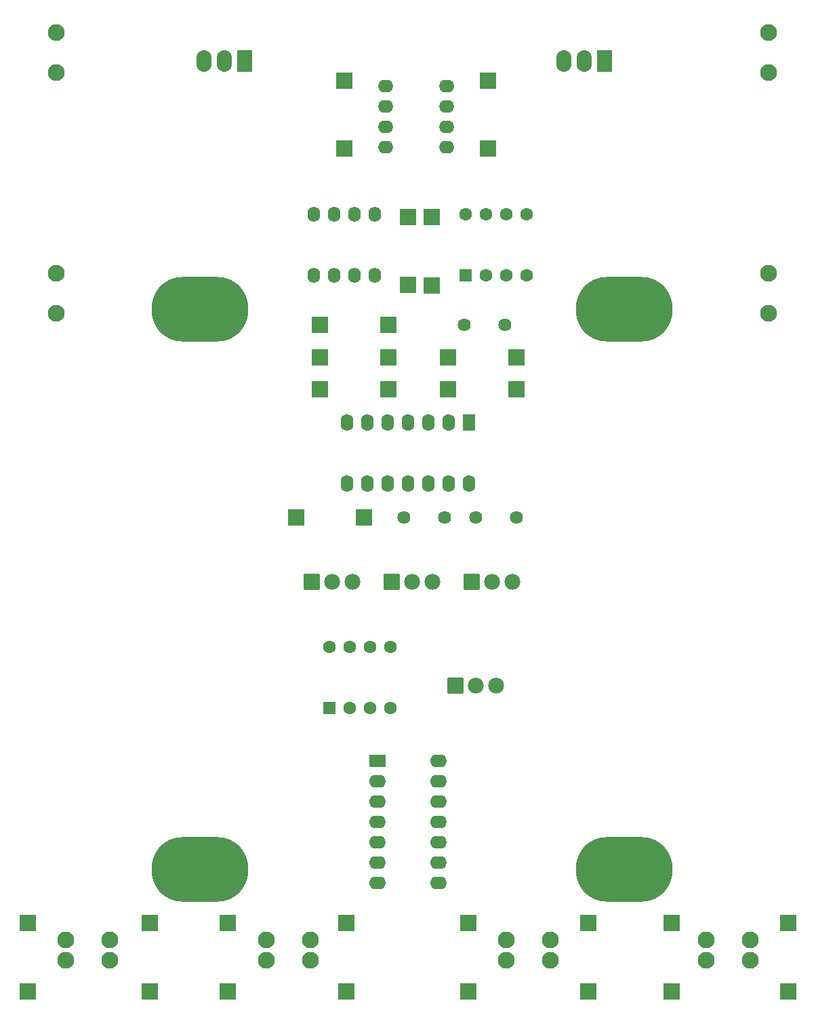
<source format=gts>
G04 Layer: TopSolderMaskLayer*
G04 EasyEDA v6.5.20, 2022-10-24 14:32:38*
G04 8d121422a4ac45e995a65f3fcbcb15b0,c6a1bf633b9a4ba285e4988a7d74c357,10*
G04 Gerber Generator version 0.2*
G04 Scale: 100 percent, Rotated: No, Reflected: No *
G04 Dimensions in millimeters *
G04 leading zeros omitted , absolute positions ,4 integer and 5 decimal *
%FSLAX45Y45*%
%MOMM*%

%AMMACRO1*1,1,$1,$2,$3*1,1,$1,$4,$5*1,1,$1,0-$2,0-$3*1,1,$1,0-$4,0-$5*20,1,$1,$2,$3,$4,$5,0*20,1,$1,$4,$5,0-$2,0-$3,0*20,1,$1,0-$2,0-$3,0-$4,0-$5,0*20,1,$1,0-$4,0-$5,$2,$3,0*4,1,4,$2,$3,$4,$5,0-$2,0-$3,0-$4,0-$5,$2,$3,0*%
%ADD10C,2.1016*%
%ADD11MACRO1,0.1016X-1X1X1X1*%
%ADD12MACRO1,0.1016X-1X-1X-1X1*%
%ADD13MACRO1,0.1016X1X1X1X-1*%
%ADD14MACRO1,0.1016X-0.75X0.75X0.75X0.75*%
%ADD15C,1.6016*%
%ADD16O,1.92659X1.561592*%
%ADD17O,1.6015970000000002X2.1015960000000002*%
%ADD18MACRO1,0.1016X0.75X1X0.75X-1*%
%ADD19O,1.9015964X2.7015948*%
%ADD20MACRO1,0.1016X0.9X-1.3X-0.9X-1.3*%
%ADD21O,1.561592X1.92659*%
%ADD22C,1.6256*%
%ADD23O,12.100026600000001X8.100034599999999*%
%ADD24MACRO1,0.1016X-0.9398X0.9398X0.9398X0.9398*%
%ADD25C,1.9812*%
%ADD26O,2.1015960000000002X1.6015970000000002*%
%ADD27MACRO1,0.1016X-1X0.75X1X0.75*%

%LPD*%
D10*
G01*
X5675071Y-5972987D03*
G01*
X5124907Y-5972987D03*
G01*
X5675071Y-6226987D03*
G01*
X5124907Y-6226987D03*
G01*
X8175066Y-5972987D03*
G01*
X7624902Y-5972987D03*
G01*
X8175066Y-6226987D03*
G01*
X7624902Y-6226987D03*
G01*
X10624896Y-6226987D03*
G01*
X11175060Y-6226987D03*
G01*
X10624896Y-5972987D03*
G01*
X11175060Y-5972987D03*
G01*
X13124891Y-6226987D03*
G01*
X13675055Y-6226987D03*
G01*
X13124891Y-5972987D03*
G01*
X13675055Y-5972987D03*
D11*
G01*
X10749991Y1299997D03*
G01*
X9899980Y1299997D03*
D12*
G01*
X8599982Y3899992D03*
G01*
X8599982Y4750003D03*
G01*
X10399979Y3899992D03*
G01*
X10399979Y4750003D03*
D11*
G01*
X8299983Y1299997D03*
G01*
X9149994Y1299997D03*
G01*
X8299983Y899998D03*
G01*
X9149994Y899998D03*
G01*
X9899980Y899998D03*
G01*
X10749991Y899998D03*
D12*
G01*
X9399981Y2199995D03*
G01*
X9399981Y3050006D03*
D13*
G01*
X9690100Y3047999D03*
G01*
X9690100Y2197988D03*
D11*
G01*
X7999984Y-699998D03*
G01*
X8849995Y-699998D03*
D10*
G01*
X13899972Y1849551D03*
G01*
X13899972Y2350439D03*
G01*
X4999989Y2350439D03*
G01*
X4999989Y1849551D03*
D14*
G01*
X8418982Y-3080994D03*
D15*
G01*
X8672982Y-3080994D03*
G01*
X8926982Y-3080994D03*
G01*
X9180982Y-3080994D03*
G01*
X8418982Y-2318994D03*
G01*
X8672982Y-2318994D03*
G01*
X8926982Y-2318994D03*
G01*
X9180982Y-2318994D03*
D11*
G01*
X8299983Y1699996D03*
G01*
X9149994Y1699996D03*
D16*
G01*
X9880981Y3918991D03*
G01*
X9880981Y4172991D03*
G01*
X9880981Y4426991D03*
G01*
X9880981Y4680991D03*
G01*
X9118981Y3918991D03*
G01*
X9118981Y4172991D03*
G01*
X9118981Y4426991D03*
G01*
X9118981Y4680991D03*
D17*
G01*
X8637981Y-281000D03*
G01*
X8891981Y-281000D03*
G01*
X9145981Y-281000D03*
G01*
X9399981Y-281000D03*
G01*
X9653981Y-281000D03*
G01*
X9907981Y-281000D03*
G01*
X10161981Y-281000D03*
G01*
X8637981Y480999D03*
G01*
X8891981Y480999D03*
G01*
X9145981Y480999D03*
G01*
X9399981Y480999D03*
G01*
X9653981Y480999D03*
G01*
X9907981Y480999D03*
D18*
G01*
X10161981Y480999D03*
D10*
G01*
X13899972Y4849545D03*
G01*
X13899972Y5350433D03*
G01*
X4999989Y5350433D03*
G01*
X4999989Y4849545D03*
D19*
G01*
X11600002Y4999481D03*
G01*
X11345976Y5000472D03*
D20*
G01*
X11853989Y4999494D03*
D19*
G01*
X7100011Y4999481D03*
G01*
X6845985Y5000472D03*
D20*
G01*
X7353998Y4999494D03*
D14*
G01*
X10118979Y2318994D03*
D15*
G01*
X10372979Y2318994D03*
G01*
X10626979Y2318994D03*
G01*
X10880979Y2318994D03*
G01*
X10118979Y3080994D03*
G01*
X10372979Y3080994D03*
G01*
X10626979Y3080994D03*
G01*
X10880979Y3080994D03*
D21*
G01*
X8218982Y2318994D03*
G01*
X8472982Y2318994D03*
G01*
X8726982Y2318994D03*
G01*
X8980982Y2318994D03*
G01*
X8218982Y3080994D03*
G01*
X8472982Y3080994D03*
G01*
X8726982Y3080994D03*
G01*
X8980982Y3080994D03*
D22*
G01*
X10753979Y-699998D03*
G01*
X10245979Y-699998D03*
G01*
X9853980Y-699998D03*
G01*
X9345980Y-699998D03*
G01*
X10096500Y1701800D03*
G01*
X10604500Y1701800D03*
D23*
G01*
X6799986Y-5100015D03*
G01*
X6799986Y1899996D03*
G01*
X12099975Y1899996D03*
G01*
X12099975Y-5100015D03*
D24*
G01*
X8191982Y-1502994D03*
D25*
G01*
X8445982Y-1502994D03*
G01*
X8699982Y-1502994D03*
D24*
G01*
X9191980Y-1502994D03*
D25*
G01*
X9445980Y-1502994D03*
G01*
X9699980Y-1502994D03*
D24*
G01*
X10191978Y-1502994D03*
D25*
G01*
X10445978Y-1502994D03*
G01*
X10699978Y-1502994D03*
D24*
G01*
X9991978Y-2802991D03*
D25*
G01*
X10245979Y-2802991D03*
G01*
X10499979Y-2802991D03*
D12*
G01*
X12687300Y-6616700D03*
G01*
X12687300Y-5766689D03*
D13*
G01*
X14148180Y-5766689D03*
G01*
X14148180Y-6616700D03*
G01*
X11645900Y-5766686D03*
G01*
X11645900Y-6616697D03*
D12*
G01*
X10147300Y-6616700D03*
G01*
X10147300Y-5766689D03*
D13*
G01*
X8623300Y-5766686D03*
G01*
X8623300Y-6616697D03*
D12*
G01*
X7148195Y-6616700D03*
G01*
X7148195Y-5766689D03*
D13*
G01*
X6172200Y-5766686D03*
G01*
X6172200Y-6616697D03*
D12*
G01*
X4648200Y-6616700D03*
G01*
X4648200Y-5766689D03*
D26*
G01*
X9780981Y-5261990D03*
G01*
X9780981Y-5007990D03*
G01*
X9780981Y-4753990D03*
G01*
X9780981Y-4499990D03*
G01*
X9780981Y-4245990D03*
G01*
X9780981Y-3991990D03*
G01*
X9780981Y-3737990D03*
G01*
X9018981Y-5261990D03*
G01*
X9018981Y-5007990D03*
G01*
X9018981Y-4753990D03*
G01*
X9018981Y-4499990D03*
G01*
X9018981Y-4245990D03*
G01*
X9018981Y-3991990D03*
D27*
G01*
X9018981Y-3737990D03*
M02*

</source>
